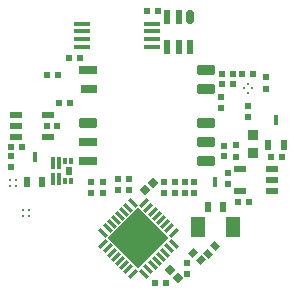
<source format=gtp>
G04 Layer_Color=8421504*
%FSLAX24Y24*%
%MOIN*%
G70*
G01*
G75*
%ADD10R,0.0244X0.0228*%
%ADD11R,0.0433X0.0217*%
%ADD12R,0.0228X0.0244*%
%ADD13C,0.0098*%
%ADD14R,0.0244X0.0244*%
%ADD15R,0.0244X0.0244*%
%ADD16R,0.0453X0.0709*%
G04:AMPARAMS|DCode=17|XSize=63mil|YSize=29.5mil|CornerRadius=7.4mil|HoleSize=0mil|Usage=FLASHONLY|Rotation=0.000|XOffset=0mil|YOffset=0mil|HoleType=Round|Shape=RoundedRectangle|*
%AMROUNDEDRECTD17*
21,1,0.0630,0.0148,0,0,0.0*
21,1,0.0482,0.0295,0,0,0.0*
1,1,0.0148,0.0241,-0.0074*
1,1,0.0148,-0.0241,-0.0074*
1,1,0.0148,-0.0241,0.0074*
1,1,0.0148,0.0241,0.0074*
%
%ADD17ROUNDEDRECTD17*%
G04:AMPARAMS|DCode=18|XSize=55.1mil|YSize=29.5mil|CornerRadius=7.4mil|HoleSize=0mil|Usage=FLASHONLY|Rotation=0.000|XOffset=0mil|YOffset=0mil|HoleType=Round|Shape=RoundedRectangle|*
%AMROUNDEDRECTD18*
21,1,0.0551,0.0148,0,0,0.0*
21,1,0.0404,0.0295,0,0,0.0*
1,1,0.0148,0.0202,-0.0074*
1,1,0.0148,-0.0202,-0.0074*
1,1,0.0148,-0.0202,0.0074*
1,1,0.0148,0.0202,0.0074*
%
%ADD18ROUNDEDRECTD18*%
G04:AMPARAMS|DCode=19|XSize=63mil|YSize=31.5mil|CornerRadius=7.9mil|HoleSize=0mil|Usage=FLASHONLY|Rotation=0.000|XOffset=0mil|YOffset=0mil|HoleType=Round|Shape=RoundedRectangle|*
%AMROUNDEDRECTD19*
21,1,0.0630,0.0157,0,0,0.0*
21,1,0.0472,0.0315,0,0,0.0*
1,1,0.0157,0.0236,-0.0079*
1,1,0.0157,-0.0236,-0.0079*
1,1,0.0157,-0.0236,0.0079*
1,1,0.0157,0.0236,0.0079*
%
%ADD19ROUNDEDRECTD19*%
G04:AMPARAMS|DCode=20|XSize=33.5mil|YSize=9.8mil|CornerRadius=0mil|HoleSize=0mil|Usage=FLASHONLY|Rotation=135.000|XOffset=0mil|YOffset=0mil|HoleType=Round|Shape=Rectangle|*
%AMROTATEDRECTD20*
4,1,4,0.0153,-0.0084,0.0084,-0.0153,-0.0153,0.0084,-0.0084,0.0153,0.0153,-0.0084,0.0*
%
%ADD20ROTATEDRECTD20*%

G04:AMPARAMS|DCode=21|XSize=33.5mil|YSize=9.8mil|CornerRadius=0mil|HoleSize=0mil|Usage=FLASHONLY|Rotation=225.000|XOffset=0mil|YOffset=0mil|HoleType=Round|Shape=Rectangle|*
%AMROTATEDRECTD21*
4,1,4,0.0084,0.0153,0.0153,0.0084,-0.0084,-0.0153,-0.0153,-0.0084,0.0084,0.0153,0.0*
%
%ADD21ROTATEDRECTD21*%

%ADD22P,0.2004X4X270.0*%
%ADD23P,0.0345X4X180.0*%
%ADD24P,0.0345X4X270.0*%
G04:AMPARAMS|DCode=25|XSize=24.4mil|YSize=22.8mil|CornerRadius=0mil|HoleSize=0mil|Usage=FLASHONLY|Rotation=135.000|XOffset=0mil|YOffset=0mil|HoleType=Round|Shape=Rectangle|*
%AMROTATEDRECTD25*
4,1,4,0.0167,-0.0006,0.0006,-0.0167,-0.0167,0.0006,-0.0006,0.0167,0.0167,-0.0006,0.0*
%
%ADD25ROTATEDRECTD25*%

G04:AMPARAMS|DCode=26|XSize=24.4mil|YSize=22.8mil|CornerRadius=0mil|HoleSize=0mil|Usage=FLASHONLY|Rotation=225.000|XOffset=0mil|YOffset=0mil|HoleType=Round|Shape=Rectangle|*
%AMROTATEDRECTD26*
4,1,4,0.0006,0.0167,0.0167,0.0006,-0.0006,-0.0167,-0.0167,-0.0006,0.0006,0.0167,0.0*
%
%ADD26ROTATEDRECTD26*%

%ADD27R,0.0374X0.0354*%
%ADD28R,0.0217X0.0335*%
G04:AMPARAMS|DCode=29|XSize=33.5mil|YSize=15.7mil|CornerRadius=0mil|HoleSize=0mil|Usage=FLASHONLY|Rotation=90.000|XOffset=0mil|YOffset=0mil|HoleType=Round|Shape=Octagon|*
%AMOCTAGOND29*
4,1,8,0.0039,0.0167,-0.0039,0.0167,-0.0079,0.0128,-0.0079,-0.0128,-0.0039,-0.0167,0.0039,-0.0167,0.0079,-0.0128,0.0079,0.0128,0.0039,0.0167,0.0*
%
%ADD29OCTAGOND29*%

%ADD30R,0.0581X0.0177*%
%ADD31R,0.0236X0.0472*%
G04:AMPARAMS|DCode=32|XSize=47.2mil|YSize=23.6mil|CornerRadius=5.9mil|HoleSize=0mil|Usage=FLASHONLY|Rotation=90.000|XOffset=0mil|YOffset=0mil|HoleType=Round|Shape=RoundedRectangle|*
%AMROUNDEDRECTD32*
21,1,0.0472,0.0118,0,0,90.0*
21,1,0.0354,0.0236,0,0,90.0*
1,1,0.0118,0.0059,0.0177*
1,1,0.0118,0.0059,-0.0177*
1,1,0.0118,-0.0059,-0.0177*
1,1,0.0118,-0.0059,0.0177*
%
%ADD32ROUNDEDRECTD32*%
%ADD33R,0.0213X0.0315*%
%ADD34R,0.0118X0.0394*%
%ADD35R,0.0118X0.0236*%
%ADD36R,0.0157X0.0394*%
D10*
X-1384Y-1262D02*
D03*
X-1384Y-1632D02*
D03*
X1654Y-1642D02*
D03*
X1654Y-1272D02*
D03*
X669D02*
D03*
X669Y-1642D02*
D03*
X4057Y1848D02*
D03*
Y2218D02*
D03*
X3053Y-51D02*
D03*
X3053Y-421D02*
D03*
X1024Y-1272D02*
D03*
X1024Y-1642D02*
D03*
X-512Y-1165D02*
D03*
X-512Y-1535D02*
D03*
X-866Y-1165D02*
D03*
X-866Y-1535D02*
D03*
X1339Y-1272D02*
D03*
Y-1642D02*
D03*
X3445Y1276D02*
D03*
Y906D02*
D03*
X2778Y-1339D02*
D03*
Y-969D02*
D03*
X-4457Y-776D02*
D03*
X-4457Y-406D02*
D03*
D11*
X-3209Y965D02*
D03*
Y217D02*
D03*
X-4272D02*
D03*
X-4272Y591D02*
D03*
X-4272Y965D02*
D03*
X4254Y-1567D02*
D03*
X4254Y-1193D02*
D03*
X4254Y-819D02*
D03*
X3191D02*
D03*
Y-1567D02*
D03*
D12*
X4207Y-445D02*
D03*
X4577D02*
D03*
X-2492Y1370D02*
D03*
X-2862D02*
D03*
X736Y-4646D02*
D03*
X366D02*
D03*
X-4087Y-114D02*
D03*
X-4457D02*
D03*
X3122Y-1929D02*
D03*
X3492D02*
D03*
X-2508Y2862D02*
D03*
X-2138D02*
D03*
X3260Y2346D02*
D03*
X3630D02*
D03*
D13*
X3604Y1850D02*
D03*
X3465Y1711D02*
D03*
Y1990D02*
D03*
X3325Y1850D02*
D03*
X-3843Y-2398D02*
D03*
X-4040D02*
D03*
X-3843Y-2202D02*
D03*
X-4040D02*
D03*
X-4272Y-1201D02*
D03*
Y-1398D02*
D03*
X-4469Y-1201D02*
D03*
Y-1398D02*
D03*
D14*
X-1782Y-1280D02*
D03*
X-1782Y-1634D02*
D03*
X2559Y1555D02*
D03*
Y1201D02*
D03*
X2638Y-413D02*
D03*
Y-59D02*
D03*
X2953Y1988D02*
D03*
Y2343D02*
D03*
X2598D02*
D03*
Y1988D02*
D03*
X1410Y-3983D02*
D03*
Y-4337D02*
D03*
D15*
X-2898Y591D02*
D03*
X-3253D02*
D03*
X-2894Y2311D02*
D03*
X-3248D02*
D03*
X99Y4437D02*
D03*
X454D02*
D03*
D16*
X2953Y-2756D02*
D03*
X1772D02*
D03*
D17*
X-1890Y2461D02*
D03*
Y-571D02*
D03*
Y59D02*
D03*
D18*
X-1850Y1831D02*
D03*
D19*
X-1890Y689D02*
D03*
X2047Y59D02*
D03*
Y-571D02*
D03*
Y689D02*
D03*
Y1831D02*
D03*
Y2461D02*
D03*
D20*
X-2Y-4319D02*
D03*
X137Y-4180D02*
D03*
X276Y-4040D02*
D03*
X416Y-3901D02*
D03*
X555Y-3762D02*
D03*
X694Y-3623D02*
D03*
X833Y-3484D02*
D03*
X972Y-3344D02*
D03*
X-392Y-1980D02*
D03*
X-531Y-2120D02*
D03*
X-670Y-2259D02*
D03*
X-809Y-2398D02*
D03*
X-948Y-2537D02*
D03*
X-1088Y-2676D02*
D03*
X-1227Y-2816D02*
D03*
X-1366Y-2955D02*
D03*
D21*
X972D02*
D03*
X833Y-2816D02*
D03*
X694Y-2676D02*
D03*
X555Y-2537D02*
D03*
X416Y-2398D02*
D03*
X276Y-2259D02*
D03*
X137Y-2120D02*
D03*
X-2Y-1980D02*
D03*
X-1366Y-3344D02*
D03*
X-1227Y-3484D02*
D03*
X-1088Y-3623D02*
D03*
X-948Y-3762D02*
D03*
X-809Y-3901D02*
D03*
X-670Y-4040D02*
D03*
X-531Y-4180D02*
D03*
X-392Y-4319D02*
D03*
D22*
X-197Y-3150D02*
D03*
D23*
X859Y-4205D02*
D03*
X1110Y-4456D02*
D03*
D24*
X32Y-1543D02*
D03*
X283Y-1292D02*
D03*
D25*
X2108Y-3652D02*
D03*
X2370Y-3390D02*
D03*
D26*
X1872Y-3883D02*
D03*
X1611Y-3621D02*
D03*
D27*
X3612Y-315D02*
D03*
Y315D02*
D03*
D28*
X4136Y-32D02*
D03*
X4648D02*
D03*
X2618Y-2106D02*
D03*
X2106D02*
D03*
X-3406Y-1252D02*
D03*
X-3917D02*
D03*
D29*
X4392Y795D02*
D03*
X2362Y-1280D02*
D03*
X-3661Y-425D02*
D03*
D30*
X245Y4006D02*
D03*
Y3750D02*
D03*
Y3494D02*
D03*
Y3238D02*
D03*
X-2069D02*
D03*
Y3494D02*
D03*
Y3750D02*
D03*
Y4006D02*
D03*
D31*
X768Y4220D02*
D03*
X1142Y4220D02*
D03*
X1516Y3236D02*
D03*
X1142Y3236D02*
D03*
X768D02*
D03*
D32*
X1516Y4220D02*
D03*
D33*
X-2496Y-896D02*
D03*
D34*
X-3039Y-640D02*
D03*
X-2842D02*
D03*
Y-1152D02*
D03*
D35*
X-2645Y-561D02*
D03*
X-2448D02*
D03*
X-2448Y-1230D02*
D03*
X-2645Y-1230D02*
D03*
D36*
X-3039Y-1152D02*
D03*
M02*

</source>
